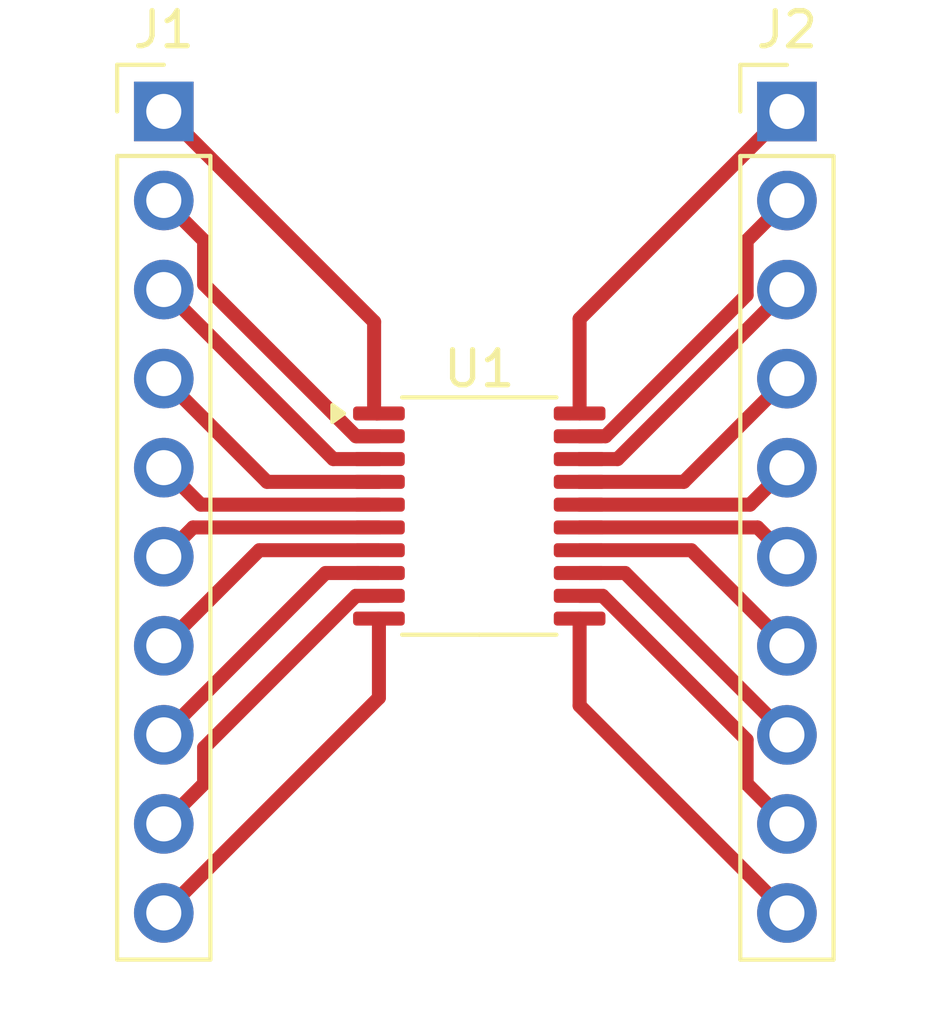
<source format=kicad_pcb>
(kicad_pcb (version 20240108) (generator "pcbnew") (generator_version "8.0")
  (layers (0 "F.Cu" signal) (31 "B.Cu" signal) (34 "B.Paste" user) (35 "F.Paste" user) (36 "B.SilkS" user "B.Silkscreen") (37 "F.SilkS" user "F.Silkscreen") (38 "B.Mask" user) (39 "F.Mask" user) (44 "Edge.Cuts" user))
  (net 0 "")
  (net 1 "Net-(J1-Pin_4)")
  (net 2 "Net-(J1-Pin_1)")
  (net 3 "Net-(J1-Pin_7)")
  (net 4 "Net-(J2-Pin_5)")
  (net 5 "Net-(J2-Pin_8)")
  (net 6 "Net-(J2-Pin_7)")
  (net 7 "Net-(J1-Pin_6)")
  (net 8 "Net-(J1-Pin_3)")
  (net 9 "Net-(J2-Pin_9)")
  (net 10 "Net-(J2-Pin_6)")
  (net 11 "Net-(J2-Pin_2)")
  (net 12 "Net-(J2-Pin_10)")
  (net 13 "Net-(J2-Pin_3)")
  (net 14 "Net-(J1-Pin_10)")
  (net 15 "Net-(J2-Pin_4)")
  (net 16 "Net-(J2-Pin_1)")
  (net 17 "Net-(J1-Pin_8)")
  (net 18 "Net-(J1-Pin_5)")
  (net 19 "Net-(J1-Pin_9)")
  (net 20 "Net-(J1-Pin_2)")
  (footprint "Connector_PinHeader_2.54mm:PinHeader_1x10_P2.54mm_Vertical" (layer "F.Cu") (at 17 16.96)
    (property "Reference" "J1" (at 0 -2.33 0) (layer "F.SilkS"))
    (property "Value" "Conn_01x10")
    (fp_line (start -1.33 -1.33) (end 0 -1.33) (stroke (width 0.12)) (layer "F.SilkS"))
    (fp_line (start -1.33 0) (end -1.33 -1.33) (stroke (width 0.12)) (layer "F.SilkS"))
    (fp_line (start -1.33 1.27) (end -1.33 24.19) (stroke (width 0.12)) (layer "F.SilkS"))
    (fp_line (start -1.33 1.27) (end 1.33 1.27) (stroke (width 0.12)) (layer "F.SilkS"))
    (fp_line (start -1.33 24.19) (end 1.33 24.19) (stroke (width 0.12)) (layer "F.SilkS"))
    (fp_line (start 1.33 1.27) (end 1.33 24.19) (stroke (width 0.12)) (layer "F.SilkS"))
    (pad "1" thru_hole rect (at 0 0) (size 1.7 1.7) (drill 1) (layers "*.Cu" "*.Mask") (net 2 "Net-(J1-Pin_1)"))
    (pad "2" thru_hole oval (at 0 2.54) (size 1.7 1.7) (drill 1) (layers "*.Cu" "*.Mask") (net 20 "Net-(J1-Pin_2)"))
    (pad "3" thru_hole oval (at 0 5.08) (size 1.7 1.7) (drill 1) (layers "*.Cu" "*.Mask") (net 8 "Net-(J1-Pin_3)"))
    (pad "4" thru_hole oval (at 0 7.62) (size 1.7 1.7) (drill 1) (layers "*.Cu" "*.Mask") (net 1 "Net-(J1-Pin_4)"))
    (pad "5" thru_hole oval (at 0 10.16) (size 1.7 1.7) (drill 1) (layers "*.Cu" "*.Mask") (net 18 "Net-(J1-Pin_5)"))
    (pad "6" thru_hole oval (at 0 12.7) (size 1.7 1.7) (drill 1) (layers "*.Cu" "*.Mask") (net 7 "Net-(J1-Pin_6)"))
    (pad "7" thru_hole oval (at 0 15.24) (size 1.7 1.7) (drill 1) (layers "*.Cu" "*.Mask") (net 3 "Net-(J1-Pin_7)"))
    (pad "8" thru_hole oval (at 0 17.78) (size 1.7 1.7) (drill 1) (layers "*.Cu" "*.Mask") (net 17 "Net-(J1-Pin_8)"))
    (pad "9" thru_hole oval (at 0 20.32) (size 1.7 1.7) (drill 1) (layers "*.Cu" "*.Mask") (net 19 "Net-(J1-Pin_9)"))
    (pad "10" thru_hole oval (at 0 22.86) (size 1.7 1.7) (drill 1) (layers "*.Cu" "*.Mask") (net 14 "Net-(J1-Pin_10)"))
  )
  (footprint "Connector_PinHeader_2.54mm:PinHeader_1x10_P2.54mm_Vertical" (layer "F.Cu") (at 34.776982 16.961934)
    (property "Reference" "J2" (at 0 -2.33 0) (layer "F.SilkS"))
    (property "Value" "Conn_01x10")
    (fp_line (start -1.33 -1.33) (end 0 -1.33) (stroke (width 0.12)) (layer "F.SilkS"))
    (fp_line (start -1.33 0) (end -1.33 -1.33) (stroke (width 0.12)) (layer "F.SilkS"))
    (fp_line (start -1.33 1.27) (end -1.33 24.19) (stroke (width 0.12)) (layer "F.SilkS"))
    (fp_line (start -1.33 1.27) (end 1.33 1.27) (stroke (width 0.12)) (layer "F.SilkS"))
    (fp_line (start -1.33 24.19) (end 1.33 24.19) (stroke (width 0.12)) (layer "F.SilkS"))
    (fp_line (start 1.33 1.27) (end 1.33 24.19) (stroke (width 0.12)) (layer "F.SilkS"))
    (pad "1" thru_hole rect (at 0 0) (size 1.7 1.7) (drill 1) (layers "*.Cu" "*.Mask") (net 16 "Net-(J2-Pin_1)"))
    (pad "2" thru_hole oval (at 0 2.54) (size 1.7 1.7) (drill 1) (layers "*.Cu" "*.Mask") (net 11 "Net-(J2-Pin_2)"))
    (pad "3" thru_hole oval (at 0 5.08) (size 1.7 1.7) (drill 1) (layers "*.Cu" "*.Mask") (net 13 "Net-(J2-Pin_3)"))
    (pad "4" thru_hole oval (at 0 7.62) (size 1.7 1.7) (drill 1) (layers "*.Cu" "*.Mask") (net 15 "Net-(J2-Pin_4)"))
    (pad "5" thru_hole oval (at 0 10.16) (size 1.7 1.7) (drill 1) (layers "*.Cu" "*.Mask") (net 4 "Net-(J2-Pin_5)"))
    (pad "6" thru_hole oval (at 0 12.7) (size 1.7 1.7) (drill 1) (layers "*.Cu" "*.Mask") (net 10 "Net-(J2-Pin_6)"))
    (pad "7" thru_hole oval (at 0 15.24) (size 1.7 1.7) (drill 1) (layers "*.Cu" "*.Mask") (net 6 "Net-(J2-Pin_7)"))
    (pad "8" thru_hole oval (at 0 17.78) (size 1.7 1.7) (drill 1) (layers "*.Cu" "*.Mask") (net 5 "Net-(J2-Pin_8)"))
    (pad "9" thru_hole oval (at 0 20.32) (size 1.7 1.7) (drill 1) (layers "*.Cu" "*.Mask") (net 9 "Net-(J2-Pin_9)"))
    (pad "10" thru_hole oval (at 0 22.86) (size 1.7 1.7) (drill 1) (layers "*.Cu" "*.Mask") (net 12 "Net-(J2-Pin_10)"))
  )
  (footprint "Package_SO:TSSOP-20_4.4x6.5mm_P0.65mm" (layer "F.Cu") (at 26 28.5)
    (property "Reference" "U1" (at 0 -4.2 0) (layer "F.SilkS"))
    (property "Value" "CH32V003FxPx")
    (fp_line (start 0 -3.385) (end -2.2 -3.385) (stroke (width 0.12)) (layer "F.SilkS"))
    (fp_line (start 0 -3.385) (end 2.2 -3.385) (stroke (width 0.12)) (layer "F.SilkS"))
    (fp_line (start 0 3.385) (end -2.2 3.385) (stroke (width 0.12)) (layer "F.SilkS"))
    (fp_line (start 0 3.385) (end 2.2 3.385) (stroke (width 0.12)) (layer "F.SilkS"))
    (fp_poly (pts (xy -3.86 -2.925) (xy -4.19 -3.165) (xy -4.19 -2.685) (xy -3.86 -2.925)) (stroke (width 0.12)) (fill solid) (layer "F.SilkS"))
    (pad "1" smd roundrect (at -2.8625 -2.925) (size 1.475 0.4) (layers "F.Cu" "F.Paste" "F.Mask") (net 2 "Net-(J1-Pin_1)"))
    (pad "2" smd roundrect (at -2.8625 -2.275) (size 1.475 0.4) (layers "F.Cu" "F.Paste" "F.Mask") (net 20 "Net-(J1-Pin_2)"))
    (pad "3" smd roundrect (at -2.8625 -1.625) (size 1.475 0.4) (layers "F.Cu" "F.Paste" "F.Mask") (net 8 "Net-(J1-Pin_3)"))
    (pad "4" smd roundrect (at -2.8625 -0.975) (size 1.475 0.4) (layers "F.Cu" "F.Paste" "F.Mask") (net 1 "Net-(J1-Pin_4)"))
    (pad "5" smd roundrect (at -2.8625 -0.325) (size 1.475 0.4) (layers "F.Cu" "F.Paste" "F.Mask") (net 18 "Net-(J1-Pin_5)"))
    (pad "6" smd roundrect (at -2.8625 0.325) (size 1.475 0.4) (layers "F.Cu" "F.Paste" "F.Mask") (net 7 "Net-(J1-Pin_6)"))
    (pad "7" smd roundrect (at -2.8625 0.975) (size 1.475 0.4) (layers "F.Cu" "F.Paste" "F.Mask") (net 3 "Net-(J1-Pin_7)"))
    (pad "8" smd roundrect (at -2.8625 1.625) (size 1.475 0.4) (layers "F.Cu" "F.Paste" "F.Mask") (net 17 "Net-(J1-Pin_8)"))
    (pad "9" smd roundrect (at -2.8625 2.275) (size 1.475 0.4) (layers "F.Cu" "F.Paste" "F.Mask") (net 19 "Net-(J1-Pin_9)"))
    (pad "10" smd roundrect (at -2.8625 2.925) (size 1.475 0.4) (layers "F.Cu" "F.Paste" "F.Mask") (net 14 "Net-(J1-Pin_10)"))
    (pad "11" smd roundrect (at 2.8625 2.925) (size 1.475 0.4) (layers "F.Cu" "F.Paste" "F.Mask") (net 12 "Net-(J2-Pin_10)"))
    (pad "12" smd roundrect (at 2.8625 2.275) (size 1.475 0.4) (layers "F.Cu" "F.Paste" "F.Mask") (net 9 "Net-(J2-Pin_9)"))
    (pad "13" smd roundrect (at 2.8625 1.625) (size 1.475 0.4) (layers "F.Cu" "F.Paste" "F.Mask") (net 5 "Net-(J2-Pin_8)"))
    (pad "14" smd roundrect (at 2.8625 0.975) (size 1.475 0.4) (layers "F.Cu" "F.Paste" "F.Mask") (net 6 "Net-(J2-Pin_7)"))
    (pad "15" smd roundrect (at 2.8625 0.325) (size 1.475 0.4) (layers "F.Cu" "F.Paste" "F.Mask") (net 10 "Net-(J2-Pin_6)"))
    (pad "16" smd roundrect (at 2.8625 -0.325) (size 1.475 0.4) (layers "F.Cu" "F.Paste" "F.Mask") (net 4 "Net-(J2-Pin_5)"))
    (pad "17" smd roundrect (at 2.8625 -0.975) (size 1.475 0.4) (layers "F.Cu" "F.Paste" "F.Mask") (net 15 "Net-(J2-Pin_4)"))
    (pad "18" smd roundrect (at 2.8625 -1.625) (size 1.475 0.4) (layers "F.Cu" "F.Paste" "F.Mask") (net 13 "Net-(J2-Pin_3)"))
    (pad "19" smd roundrect (at 2.8625 -2.275) (size 1.475 0.4) (layers "F.Cu" "F.Paste" "F.Mask") (net 11 "Net-(J2-Pin_2)"))
    (pad "20" smd roundrect (at 2.8625 -2.925) (size 1.475 0.4) (layers "F.Cu" "F.Paste" "F.Mask") (net 16 "Net-(J2-Pin_1)"))
  )
  (segment (start 19.945 27.525) (end 17 24.58) (width 0.4) (layer "F.Cu") (net 1))
  (segment (start 23.1375 27.525) (end 19.945 27.525) (width 0.4) (layer "F.Cu") (net 1))
  (segment (start 23 25.5) (end 23 22.96) (width 0.4) (layer "F.Cu") (net 2))
  (segment (start 23.075 25.575) (end 23 25.5) (width 0.4) (layer "F.Cu") (net 2))
  (segment (start 23.1375 25.575) (end 23.075 25.575) (width 0.4) (layer "F.Cu") (net 2))
  (segment (start 23 22.96) (end 17 16.96) (width 0.4) (layer "F.Cu") (net 2))
  (segment (start 19.725 29.475) (end 17 32.2) (width 0.4) (layer "F.Cu") (net 3))
  (segment (start 23.1375 29.475) (end 19.725 29.475) (width 0.4) (layer "F.Cu") (net 3))
  (segment (start 28.8625 28.175) (end 33.723916 28.175) (width 0.4) (layer "F.Cu") (net 4))
  (segment (start 33.723916 28.175) (end 34.776982 27.121934) (width 0.4) (layer "F.Cu") (net 4))
  (segment (start 30.160048 30.125) (end 34.776982 34.741934) (width 0.4) (layer "F.Cu") (net 5))
  (segment (start 28.8625 30.125) (end 30.160048 30.125) (width 0.4) (layer "F.Cu") (net 5))
  (segment (start 28.8625 29.475) (end 32.050048 29.475) (width 0.4) (layer "F.Cu") (net 6))
  (segment (start 32.050048 29.475) (end 34.776982 32.201934) (width 0.4) (layer "F.Cu") (net 6))
  (segment (start 23.1375 28.825) (end 17.835 28.825) (width 0.4) (layer "F.Cu") (net 7))
  (segment (start 17.835 28.825) (end 17 29.66) (width 0.4) (layer "F.Cu") (net 7))
  (segment (start 21.835 26.875) (end 17 22.04) (width 0.4) (layer "F.Cu") (net 8))
  (segment (start 23.1375 26.875) (end 21.835 26.875) (width 0.4) (layer "F.Cu") (net 8))
  (segment (start 29.518456 30.775) (end 33.626982 34.883526) (width 0.4) (layer "F.Cu") (net 9))
  (segment (start 33.626982 34.883526) (end 33.626982 36.131934) (width 0.4) (layer "F.Cu") (net 9))
  (segment (start 33.626982 36.131934) (end 34.776982 37.281934) (width 0.4) (layer "F.Cu") (net 9))
  (segment (start 28.8625 30.775) (end 29.518456 30.775) (width 0.4) (layer "F.Cu") (net 9))
  (segment (start 28.8625 28.825) (end 33.940048 28.825) (width 0.4) (layer "F.Cu") (net 10))
  (segment (start 33.940048 28.825) (end 34.776982 29.661934) (width 0.4) (layer "F.Cu") (net 10))
  (segment (start 33.626982 22.198017) (end 33.626982 20.651934) (width 0.4) (layer "F.Cu") (net 11))
  (segment (start 28.8625 26.225) (end 29.599999 26.225) (width 0.4) (layer "F.Cu") (net 11))
  (segment (start 29.599999 26.225) (end 33.626982 22.198017) (width 0.4) (layer "F.Cu") (net 11))
  (segment (start 33.626982 20.651934) (end 34.776982 19.501934) (width 0.4) (layer "F.Cu") (net 11))
  (segment (start 28.8625 33.907452) (end 34.776982 39.821934) (width 0.4) (layer "F.Cu") (net 12))
  (segment (start 28.8625 31.425) (end 28.8625 33.907452) (width 0.4) (layer "F.Cu") (net 12))
  (segment (start 29.943916 26.875) (end 34.776982 22.041934) (width 0.4) (layer "F.Cu") (net 13))
  (segment (start 28.8625 26.875) (end 29.943916 26.875) (width 0.4) (layer "F.Cu") (net 13))
  (segment (start 23.1375 33.6825) (end 17 39.82) (width 0.4) (layer "F.Cu") (net 14))
  (segment (start 23.1375 31.425) (end 23.1375 33.6825) (width 0.4) (layer "F.Cu") (net 14))
  (segment (start 28.8625 27.525) (end 31.833916 27.525) (width 0.4) (layer "F.Cu") (net 15))
  (segment (start 31.833916 27.525) (end 34.776982 24.581934) (width 0.4) (layer "F.Cu") (net 15))
  (segment (start 28.8625 25.575) (end 28.8625 22.876416) (width 0.4) (layer "F.Cu") (net 16))
  (segment (start 28.8625 22.876416) (end 34.776982 16.961934) (width 0.4) (layer "F.Cu") (net 16))
  (segment (start 21.615 30.125) (end 17 34.74) (width 0.4) (layer "F.Cu") (net 17))
  (segment (start 23.1375 30.125) (end 21.615 30.125) (width 0.4) (layer "F.Cu") (net 17))
  (segment (start 18.055 28.175) (end 17 27.12) (width 0.4) (layer "F.Cu") (net 18))
  (segment (start 23.1375 28.175) (end 18.055 28.175) (width 0.4) (layer "F.Cu") (net 18))
  (segment (start 22.481544 30.775) (end 18.15 35.106544) (width 0.4) (layer "F.Cu") (net 19))
  (segment (start 18.15 36.13) (end 17 37.28) (width 0.4) (layer "F.Cu") (net 19))
  (segment (start 23.1375 30.775) (end 22.481544 30.775) (width 0.4) (layer "F.Cu") (net 19))
  (segment (start 18.15 35.106544) (end 18.15 36.13) (width 0.4) (layer "F.Cu") (net 19))
  (segment (start 18.15 21.893456) (end 18.15 20.65) (width 0.4) (layer "F.Cu") (net 20))
  (segment (start 23.1375 26.225) (end 22.481544 26.225) (width 0.4) (layer "F.Cu") (net 20))
  (segment (start 22.481544 26.225) (end 18.15 21.893456) (width 0.4) (layer "F.Cu") (net 20))
  (segment (start 18.15 20.65) (end 17 19.5) (width 0.4) (layer "F.Cu") (net 20))
)
</source>
